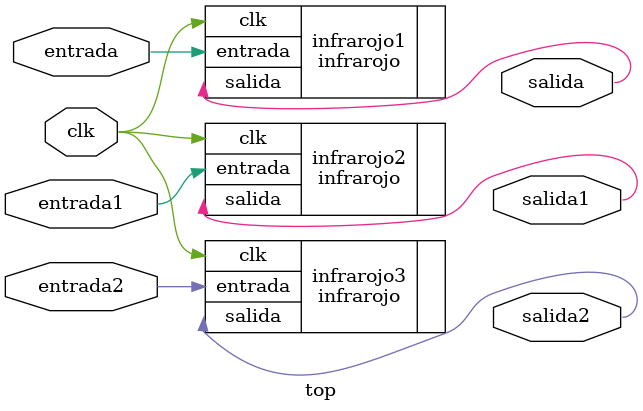
<source format=v>
`timescale 10ns/1ns
 module top(  input clk,input entrada, output reg salida,input entrada1, output reg salida1, input entrada2, output reg salida2   );
 
 
 infrarojo  infrarojo1(.clk(clk), .entrada(entrada),  .salida(salida) );
 infrarojo  infrarojo2(.clk(clk), .entrada(entrada1), .salida(salida1) );
 infrarojo  infrarojo3(.clk(clk), .entrada(entrada2), .salida(salida2));
 
 
 
 endmodule

</source>
